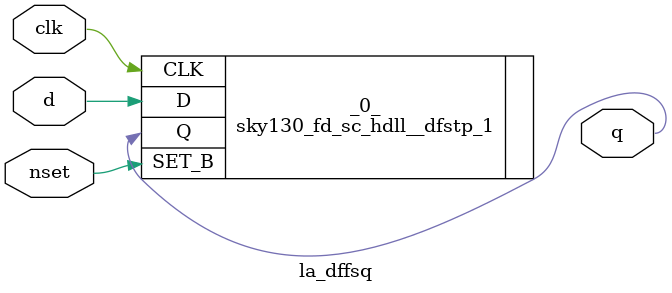
<source format=v>

/* Generated by Yosys 0.44 (git sha1 80ba43d26, g++ 11.4.0-1ubuntu1~22.04 -fPIC -O3) */

(* top =  1  *)
(* src = "inputs/la_dffsq.v:11.1-24.10" *)
module la_dffsq (
    d,
    clk,
    nset,
    q
);
  (* src = "inputs/la_dffsq.v:15.16-15.19" *)
  input clk;
  wire clk;
  (* src = "inputs/la_dffsq.v:14.16-14.17" *)
  input d;
  wire d;
  (* src = "inputs/la_dffsq.v:16.16-16.20" *)
  input nset;
  wire nset;
  (* src = "inputs/la_dffsq.v:17.16-17.17" *)
  output q;
  wire q;
  (* src = "inputs/la_dffsq.v:20.3-22.17" *)
  sky130_fd_sc_hdll__dfstp_1 _0_ (
      .CLK(clk),
      .D(d),
      .Q(q),
      .SET_B(nset)
  );
endmodule

</source>
